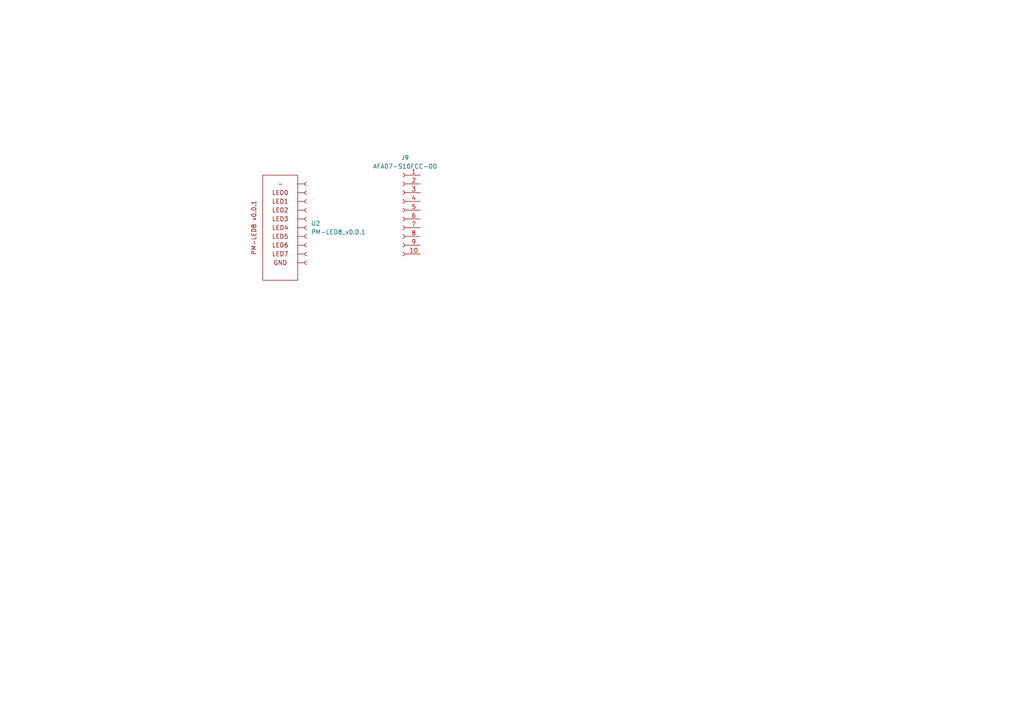
<source format=kicad_sch>
(kicad_sch (version 20231120) (generator "eeschema") (generator_version "8.0")
  (paper "A4")
  (lib_symbols
    (symbol "kicad_inventree_lib:AFA07-S10FCC-00" (pin_names (offset 1.016) hide)
      (property "Reference" "J" (at 0 12.7 0))
      (property "Value" "AFA07-S10FCC-00" (at 0 -15.24 0))
      (symbol "AFA07-S10FCC-00_1_1"
        (arc (start 0 -12.192) (mid -0.5058 -12.7) (end 0 -13.208) (stroke (width 0.1524)))
        (arc (start 0 -9.652) (mid -0.5058 -10.16) (end 0 -10.668) (stroke (width 0.1524)))
        (arc (start 0 -7.112) (mid -0.5058 -7.62) (end 0 -8.128) (stroke (width 0.1524)))
        (arc (start 0 -4.572) (mid -0.5058 -5.08) (end 0 -5.588) (stroke (width 0.1524)))
        (arc (start 0 -2.032) (mid -0.5058 -2.54) (end 0 -3.048) (stroke (width 0.1524)))
        (polyline (pts (xy -1.27 -12.7) (xy -0.508 -12.7)) (stroke (width 0.1524)))
        (polyline (pts (xy -1.27 -10.16) (xy -0.508 -10.16)) (stroke (width 0.1524)))
        (polyline (pts (xy -1.27 -7.62) (xy -0.508 -7.62)) (stroke (width 0.1524)))
        (polyline (pts (xy -1.27 -5.08) (xy -0.508 -5.08)) (stroke (width 0.1524)))
        (polyline (pts (xy -1.27 -2.54) (xy -0.508 -2.54)) (stroke (width 0.1524)))
        (polyline (pts (xy -1.27 0) (xy -0.508 0)) (stroke (width 0.1524)))
        (polyline (pts (xy -1.27 2.54) (xy -0.508 2.54)) (stroke (width 0.1524)))
        (polyline (pts (xy -1.27 5.08) (xy -0.508 5.08)) (stroke (width 0.1524)))
        (polyline (pts (xy -1.27 7.62) (xy -0.508 7.62)) (stroke (width 0.1524)))
        (polyline (pts (xy -1.27 10.16) (xy -0.508 10.16)) (stroke (width 0.1524)))
        (arc (start 0 0.508) (mid -0.5058 0) (end 0 -0.508) (stroke (width 0.1524)))
        (arc (start 0 3.048) (mid -0.5058 2.54) (end 0 2.032) (stroke (width 0.1524)))
        (arc (start 0 5.588) (mid -0.5058 5.08) (end 0 4.572) (stroke (width 0.1524)))
        (arc (start 0 8.128) (mid -0.5058 7.62) (end 0 7.112) (stroke (width 0.1524)))
        (arc (start 0 10.668) (mid -0.5058 10.16) (end 0 9.652) (stroke (width 0.1524)))
        (pin passive line (at -5.08 10.16 0) (length 3.81) (name "Pin_1") (number "1"))
        (pin passive line (at -5.08 -12.7 0) (length 3.81) (name "Pin_10") (number "10"))
        (pin passive line (at -5.08 7.62 0) (length 3.81) (name "Pin_2") (number "2"))
        (pin passive line (at -5.08 5.08 0) (length 3.81) (name "Pin_3") (number "3"))
        (pin passive line (at -5.08 2.54 0) (length 3.81) (name "Pin_4") (number "4"))
        (pin passive line (at -5.08 0 0) (length 3.81) (name "Pin_5") (number "5"))
        (pin passive line (at -5.08 -2.54 0) (length 3.81) (name "Pin_6") (number "6"))
        (pin passive line (at -5.08 -5.08 0) (length 3.81) (name "Pin_7") (number "7"))
        (pin passive line (at -5.08 -7.62 0) (length 3.81) (name "Pin_8") (number "8"))
        (pin passive line (at -5.08 -10.16 0) (length 3.81) (name "Pin_9") (number "9"))
      )
    )
    (symbol "kicad_inventree_lib:PM-LED8_v0.0.1"
      (property "Reference" "U" (at 0 2.54 0))
      (property "Value" "PM-LED8_v0.0.1" (at 0 0 0))
      (symbol "PM-LED8_v0.0.1_0_1"
        (rectangle (start -5.08 -2.54) (end 5.08 -33.02))
      )
      (symbol "PM-LED8_v0.0.1_1_1"
        (polyline (pts (xy 5.08 -27.94) (xy 7.1098 -27.94)) (stroke (width 0.1524)))
        (polyline (pts (xy 5.08 -25.4) (xy 7.1098 -25.4)) (stroke (width 0.1524)))
        (polyline (pts (xy 5.08 -22.86) (xy 7.1098 -22.86)) (stroke (width 0.1524)))
        (polyline (pts (xy 5.08 -20.32) (xy 7.1098 -20.32)) (stroke (width 0.1524)))
        (polyline (pts (xy 5.08 -17.78) (xy 7.1098 -17.78)) (stroke (width 0.1524)))
        (polyline (pts (xy 5.08 -15.24) (xy 7.1098 -15.24)) (stroke (width 0.1524)))
        (polyline (pts (xy 5.08 -12.7) (xy 7.1098 -12.7)) (stroke (width 0.1524)))
        (polyline (pts (xy 5.08 -10.16) (xy 7.1098 -10.16)) (stroke (width 0.1524)))
        (polyline (pts (xy 5.08 -7.62) (xy 7.1098 -7.62)) (stroke (width 0.1524)))
        (polyline (pts (xy 5.08 -5.08) (xy 7.1098 -5.08)) (stroke (width 0.1524)))
        (arc (start 7.6178 -27.432) (mid 7.112 -27.94) (end 7.6178 -28.448) (stroke (width 0.1524)))
        (arc (start 7.6178 -24.892) (mid 7.112 -25.4) (end 7.6178 -25.908) (stroke (width 0.1524)))
        (arc (start 7.6178 -22.352) (mid 7.112 -22.86) (end 7.6178 -23.368) (stroke (width 0.1524)))
        (arc (start 7.6178 -19.812) (mid 7.112 -20.32) (end 7.6178 -20.828) (stroke (width 0.1524)))
        (arc (start 7.6178 -17.272) (mid 7.112 -17.78) (end 7.6178 -18.288) (stroke (width 0.1524)))
        (arc (start 7.6178 -14.732) (mid 7.112 -15.24) (end 7.6178 -15.748) (stroke (width 0.1524)))
        (arc (start 7.6178 -12.192) (mid 7.112 -12.7) (end 7.6178 -13.208) (stroke (width 0.1524)))
        (arc (start 7.6178 -9.652) (mid 7.112 -10.16) (end 7.6178 -10.668) (stroke (width 0.1524)))
        (arc (start 7.6178 -7.112) (mid 7.112 -7.62) (end 7.6178 -8.128) (stroke (width 0.1524)))
        (arc (start 7.6178 -4.572) (mid 7.112 -5.08) (end 7.6178 -5.588) (stroke (width 0.1524)))
        (text "-" (at 0 -5.08 0) (effects (font (size 1.27 1.27))))
        (text "GND" (at 0 -27.94 0) (effects (font (size 1.27 1.27))))
        (text "LED0" (at 0 -7.62 0) (effects (font (size 1.27 1.27))))
        (text "LED1" (at 0 -10.16 0) (effects (font (size 1.27 1.27))))
        (text "LED2" (at 0 -12.7 0) (effects (font (size 1.27 1.27))))
        (text "LED3" (at 0 -15.24 0) (effects (font (size 1.27 1.27))))
        (text "LED4" (at 0 -17.78 0) (effects (font (size 1.27 1.27))))
        (text "LED5" (at 0 -20.32 0) (effects (font (size 1.27 1.27))))
        (text "LED6" (at 0 -22.86 0) (effects (font (size 1.27 1.27))))
        (text "LED7" (at 0 -25.4 0) (effects (font (size 1.27 1.27))))
        (text "PM-LED8 v0.0.1" (at -7.62 -17.78 900) (effects (font (size 1.27 1.27))))
      )
    )
  )
  (symbol (lib_id "kicad_inventree_lib:AFA07-S10FCC-00") (at 116.84 60.96 0) (mirror y) (unit 1)
    (property "Reference" "J9" (at 117.475 45.72 0))
    (property "Value" "AFA07-S10FCC-00" (at 117.475 48.26 0))
    (property "Footprint" "kicad_inventree_lib:CONN10_AFA07-S10_JUS" (effects (hide yes)))
    (property "Datasheet" "http://inventree.network/part/170/" (effects (hide yes)))
    (property "Description" "Generic connector, single row, 01x10, script generated" (effects (hide yes)))
  )
  (symbol (lib_id "kicad_inventree_lib:PM-LED8_v0.0.1") (at 81.28 48.26 0) (unit 1)
    (property "Reference" "U2" (at 90.17 64.7699 0) (effects (justify left)))
    (property "Value" "PM-LED8_v0.0.1" (at 90.17 67.3099 0) (effects (justify left)))
    (property "Footprint" "kicad_inventree_lib:PM-LED_v0.0.1" (effects (hide yes)))
  )
)
</source>
